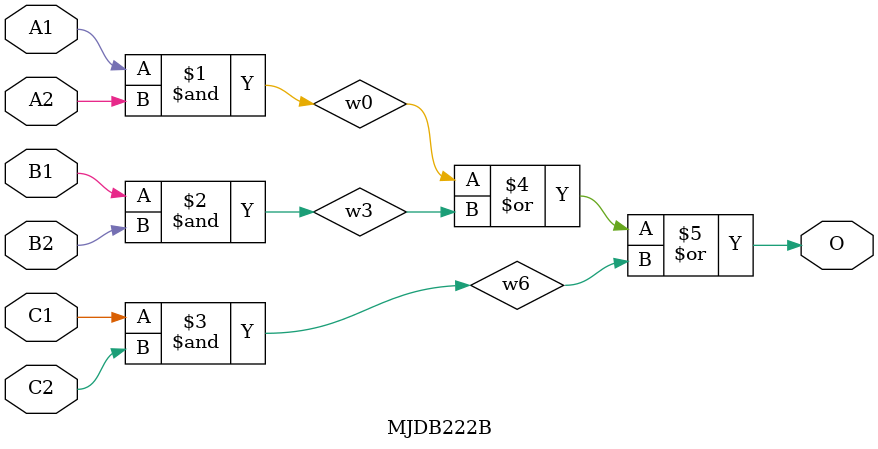
<source format=v>
module MJDB222B(A1, A2, B1, B2, C1, C2, O);
input   A1;
input   A2;
input   B1;
input   B2;
input   C1;
input   C2;
output  O;
and g0(w0, A1, A2);
and g1(w3, B1, B2);
and g2(w6, C1, C2);
or g3(O, w0, w3, w6);
endmodule
</source>
